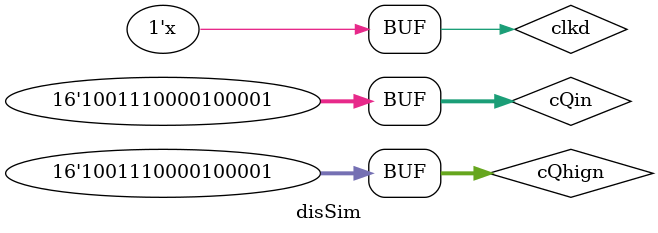
<source format=v>
`timescale 1ns / 1ps


module disSim();
    reg clkd;
    reg [15:0] cQin,cQhign;
    wire [7:0] sg,bt;
    wire [3:0] count;
    wire clk3;
    digtalDisplay test(clkd,cQin,cQhign,sg,bt);
    
    always#20 clkd=~clkd;
    initial begin
        clkd<=0;
        cQin<=16'b1001110000100001;
        cQhign<=16'b1001110000100001;
    end
endmodule

</source>
